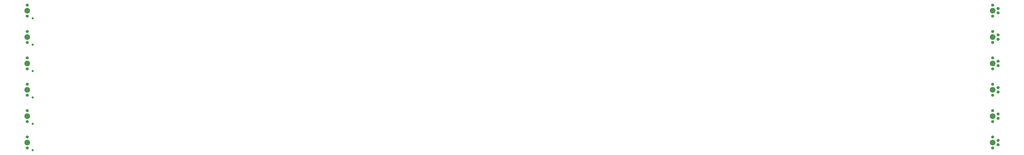
<source format=gbr>
G04 EAGLE Gerber RS-274X export*
G75*
%MOMM*%
%FSLAX34Y34*%
%LPD*%
%INSoldermask Bottom*%
%IPPOS*%
%AMOC8*
5,1,8,0,0,1.08239X$1,22.5*%
G01*
%ADD10C,3.251200*%
%ADD11C,1.727200*%
%ADD12C,1.259600*%


D10*
X5585460Y57150D03*
X33020Y57150D03*
D11*
X5585460Y88900D03*
X5585460Y25400D03*
X33020Y88900D03*
X33020Y25400D03*
D10*
X5585460Y209550D03*
X33020Y209550D03*
D11*
X5585460Y241300D03*
X5585460Y177800D03*
X33020Y241300D03*
X33020Y177800D03*
D10*
X5585460Y361950D03*
X33020Y361950D03*
D11*
X5585460Y393700D03*
X5585460Y330200D03*
X33020Y393700D03*
X33020Y330200D03*
D10*
X5585460Y514350D03*
X33020Y514350D03*
D11*
X5585460Y546100D03*
X5585460Y482600D03*
X33020Y546100D03*
X33020Y482600D03*
D10*
X5585460Y666750D03*
X33020Y666750D03*
D11*
X5585460Y698500D03*
X5585460Y635000D03*
X33020Y698500D03*
X33020Y635000D03*
D10*
X5585460Y819150D03*
X33020Y819150D03*
D11*
X5585460Y850900D03*
X5585460Y787400D03*
X33020Y850900D03*
X33020Y787400D03*
D12*
X64770Y12700D03*
D11*
X5617210Y44450D03*
X5617210Y69850D03*
D12*
X64770Y165100D03*
D11*
X5617210Y196850D03*
X5617210Y222250D03*
D12*
X64770Y317500D03*
D11*
X5617210Y349250D03*
X5617210Y374650D03*
D12*
X64770Y469900D03*
D11*
X5617210Y501650D03*
X5617210Y527050D03*
D12*
X64770Y622300D03*
D11*
X5617210Y654050D03*
X5617210Y679450D03*
D12*
X64770Y774700D03*
D11*
X5617210Y806450D03*
X5617210Y831850D03*
M02*

</source>
